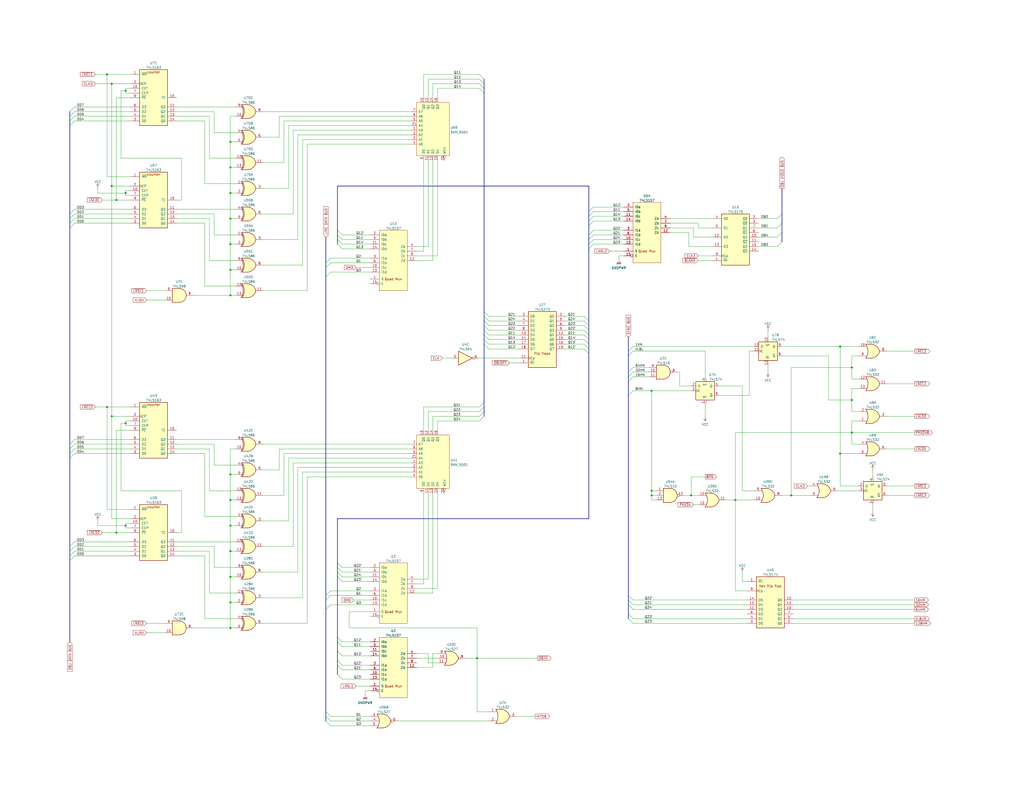
<source format=kicad_sch>
(kicad_sch (version 20211123) (generator eeschema)
  (paper "C")
  (title_block (title "TAITO SYSTEM SJ") (company "ANTON GALE"))
  (junction (at 125.73 259.08))
  (junction (at 458.47 247.65))
  (junction (at 458.47 189.23))
  (junction (at 464.82 200.66))
  (junction (at 60.96 101.6))
  (junction (at 125.73 133.35))
  (junction (at 355.6 270.51))
  (junction (at 125.73 342.9))
  (junction (at 68.58 287.02))
  (junction (at 464.82 236.22))
  (junction (at 355.6 213.36))
  (junction (at 60.96 45.72))
  (junction (at 125.73 314.96))
  (junction (at 125.73 287.02))
  (junction (at 401.32 273.05))
  (junction (at 125.73 300.99))
  (junction (at 125.73 119.38))
  (junction (at 125.73 328.93))
  (junction (at 58.42 40.64))
  (junction (at 63.5 109.22))
  (junction (at 60.96 227.33))
  (junction (at 377.19 270.51))
  (junction (at 125.73 91.44))
  (junction (at 125.73 147.32))
  (junction (at 431.8 270.51))
  (junction (at 58.42 222.25))
  (junction (at 464.82 218.44))
  (junction (at 68.58 105.41))
  (junction (at 125.73 273.05))
  (junction (at 63.5 290.83))
  (junction (at 68.58 231.14))
  (junction (at 125.73 105.41))
  (junction (at 125.73 161.29))
  (junction (at 125.73 77.47))
  (junction (at 355.6 267.97))
  (junction (at 68.58 49.53))
  (junction (at 260.35 359.41))
  (bus_entry (at 426.72 116.84) (size -2.54 2.54))
  (bus_entry (at 321.31 135.89) (size 2.54 -2.54))
  (bus_entry (at 264.16 187.96) (size 2.54 2.54))
  (bus_entry (at 186.69 130.81) (size -2.54 -2.54))
  (bus_entry (at 321.31 115.57) (size 2.54 -2.54))
  (bus_entry (at 264.16 180.34) (size 2.54 2.54))
  (bus_entry (at 40.64 245.11) (size -2.54 2.54))
  (bus_entry (at 345.44 332.74) (size -2.54 -2.54))
  (bus_entry (at 40.64 114.3) (size -2.54 2.54))
  (bus_entry (at 40.64 66.04) (size -2.54 2.54))
  (bus_entry (at 321.31 128.27) (size 2.54 -2.54))
  (bus_entry (at 180.34 396.24) (size -2.54 -2.54))
  (bus_entry (at 261.62 229.87) (size 2.54 -2.54))
  (bus_entry (at 180.34 322.58) (size -2.54 2.54))
  (bus_entry (at 321.31 133.35) (size 2.54 -2.54))
  (bus_entry (at 186.69 350.52) (size -2.54 -2.54))
  (bus_entry (at 345.44 191.77) (size -2.54 2.54))
  (bus_entry (at 180.34 148.59) (size -2.54 2.54))
  (bus_entry (at 264.16 182.88) (size 2.54 2.54))
  (bus_entry (at 180.34 140.97) (size -2.54 2.54))
  (bus_entry (at 40.64 63.5) (size -2.54 2.54))
  (bus_entry (at 186.69 128.27) (size -2.54 -2.54))
  (bus_entry (at 40.64 303.53) (size -2.54 2.54))
  (bus_entry (at 180.34 393.7) (size -2.54 -2.54))
  (bus_entry (at 264.16 172.72) (size 2.54 2.54))
  (bus_entry (at 264.16 170.18) (size 2.54 2.54))
  (bus_entry (at 264.16 175.26) (size 2.54 2.54))
  (bus_entry (at 426.72 132.08) (size -2.54 2.54))
  (bus_entry (at 186.69 314.96) (size -2.54 -2.54))
  (bus_entry (at 321.31 190.5) (size -2.54 -2.54))
  (bus_entry (at 40.64 60.96) (size -2.54 2.54))
  (bus_entry (at 40.64 121.92) (size -2.54 2.54))
  (bus_entry (at 321.31 185.42) (size -2.54 -2.54))
  (bus_entry (at 186.69 363.22) (size -2.54 -2.54))
  (bus_entry (at 345.44 189.23) (size -2.54 2.54))
  (bus_entry (at 40.64 295.91) (size -2.54 2.54))
  (bus_entry (at 321.31 120.65) (size 2.54 -2.54))
  (bus_entry (at 40.64 242.57) (size -2.54 2.54))
  (bus_entry (at 426.72 121.92) (size -2.54 2.54))
  (bus_entry (at 345.44 340.36) (size -2.54 -2.54))
  (bus_entry (at 321.31 118.11) (size 2.54 -2.54))
  (bus_entry (at 180.34 325.12) (size -2.54 2.54))
  (bus_entry (at 180.34 330.2) (size -2.54 2.54))
  (bus_entry (at 345.44 337.82) (size -2.54 -2.54))
  (bus_entry (at 321.31 175.26) (size -2.54 -2.54))
  (bus_entry (at 186.69 365.76) (size -2.54 -2.54))
  (bus_entry (at 40.64 119.38) (size -2.54 2.54))
  (bus_entry (at 186.69 133.35) (size -2.54 -2.54))
  (bus_entry (at 186.69 309.88) (size -2.54 -2.54))
  (bus_entry (at 321.31 177.8) (size -2.54 -2.54))
  (bus_entry (at 321.31 130.81) (size 2.54 -2.54))
  (bus_entry (at 40.64 247.65) (size -2.54 2.54))
  (bus_entry (at 345.44 213.36) (size -2.54 2.54))
  (bus_entry (at 40.64 58.42) (size -2.54 2.54))
  (bus_entry (at 345.44 327.66) (size -2.54 -2.54))
  (bus_entry (at 321.31 123.19) (size 2.54 -2.54))
  (bus_entry (at 426.72 127) (size -2.54 2.54))
  (bus_entry (at 186.69 353.06) (size -2.54 -2.54))
  (bus_entry (at 40.64 240.03) (size -2.54 2.54))
  (bus_entry (at 321.31 180.34) (size -2.54 -2.54))
  (bus_entry (at 264.16 177.8) (size 2.54 2.54))
  (bus_entry (at 186.69 317.5) (size -2.54 -2.54))
  (bus_entry (at 186.69 358.14) (size -2.54 -2.54))
  (bus_entry (at 261.62 45.72) (size 2.54 2.54))
  (bus_entry (at 261.62 40.64) (size 2.54 2.54))
  (bus_entry (at 261.62 48.26) (size 2.54 2.54))
  (bus_entry (at 261.62 43.18) (size 2.54 2.54))
  (bus_entry (at 186.69 135.89) (size -2.54 -2.54))
  (bus_entry (at 40.64 300.99) (size -2.54 2.54))
  (bus_entry (at 345.44 330.2) (size -2.54 -2.54))
  (bus_entry (at 261.62 227.33) (size 2.54 -2.54))
  (bus_entry (at 321.31 187.96) (size -2.54 -2.54))
  (bus_entry (at 180.34 143.51) (size -2.54 2.54))
  (bus_entry (at 261.62 224.79) (size 2.54 -2.54))
  (bus_entry (at 40.64 116.84) (size -2.54 2.54))
  (bus_entry (at 321.31 193.04) (size -2.54 -2.54))
  (bus_entry (at 180.34 391.16) (size -2.54 -2.54))
  (bus_entry (at 186.69 312.42) (size -2.54 -2.54))
  (bus_entry (at 40.64 298.45) (size -2.54 2.54))
  (bus_entry (at 321.31 182.88) (size -2.54 -2.54))
  (bus_entry (at 345.44 203.2) (size -2.54 2.54))
  (bus_entry (at 345.44 205.74) (size -2.54 2.54))
  (bus_entry (at 345.44 200.66) (size -2.54 2.54))
  (bus_entry (at 264.16 185.42) (size 2.54 2.54))
  (bus_entry (at 186.69 370.84) (size -2.54 -2.54))
  (bus_entry (at 261.62 222.25) (size 2.54 -2.54))
  (wire (pts (xy 464.82 207.01) (xy 464.82 200.66)))
  (wire (pts (xy 238.76 139.7) (xy 238.76 87.63)))
  (wire (pts (xy 426.72 270.51) (xy 431.8 270.51)))
  (bus (pts (xy 177.8 325.12) (xy 177.8 327.66)))
  (wire (pts (xy 424.18 129.54) (xy 414.02 129.54)))
  (wire (pts (xy 63.5 234.95) (xy 71.12 234.95)))
  (bus (pts (xy 264.16 172.72) (xy 264.16 175.26)))
  (wire (pts (xy 125.73 133.35) (xy 125.73 147.32)))
  (wire (pts (xy 227.33 316.23) (xy 233.68 316.23)))
  (wire (pts (xy 266.7 180.34) (xy 283.21 180.34)))
  (wire (pts (xy 224.79 245.11) (xy 152.4 245.11)))
  (wire (pts (xy 125.73 300.99) (xy 128.27 300.99)))
  (wire (pts (xy 186.69 135.89) (xy 201.93 135.89)))
  (wire (pts (xy 125.73 91.44) (xy 125.73 105.41)))
  (bus (pts (xy 177.8 151.13) (xy 177.8 325.12)))
  (wire (pts (xy 96.52 119.38) (xy 114.3 119.38)))
  (wire (pts (xy 40.64 114.3) (xy 71.12 114.3)))
  (wire (pts (xy 405.13 267.97) (xy 411.48 267.97)))
  (wire (pts (xy 468.63 224.79) (xy 464.82 224.79)))
  (wire (pts (xy 388.62 134.62) (xy 375.92 134.62)))
  (wire (pts (xy 355.6 213.36) (xy 377.19 213.36)))
  (bus (pts (xy 426.72 121.92) (xy 426.72 116.84)))
  (bus (pts (xy 38.1 68.58) (xy 38.1 116.84)))
  (wire (pts (xy 80.01 163.83) (xy 90.17 163.83)))
  (wire (pts (xy 128.27 63.5) (xy 125.73 63.5)))
  (wire (pts (xy 125.73 259.08) (xy 128.27 259.08)))
  (wire (pts (xy 227.33 142.24) (xy 236.22 142.24)))
  (wire (pts (xy 160.02 116.84) (xy 160.02 71.12)))
  (wire (pts (xy 236.22 227.33) (xy 236.22 234.95)))
  (bus (pts (xy 184.15 312.42) (xy 184.15 314.96)))
  (bus (pts (xy 321.31 115.57) (xy 321.31 101.6)))
  (wire (pts (xy 143.51 242.57) (xy 224.79 242.57)))
  (wire (pts (xy 96.52 295.91) (xy 128.27 295.91)))
  (bus (pts (xy 264.16 227.33) (xy 264.16 224.79)))
  (wire (pts (xy 464.82 212.09) (xy 464.82 218.44)))
  (wire (pts (xy 96.52 116.84) (xy 116.84 116.84)))
  (wire (pts (xy 125.73 77.47) (xy 128.27 77.47)))
  (wire (pts (xy 165.1 76.2) (xy 224.79 76.2)))
  (wire (pts (xy 377.19 260.35) (xy 377.19 270.51)))
  (wire (pts (xy 464.82 229.87) (xy 464.82 236.22)))
  (wire (pts (xy 165.1 257.81) (xy 224.79 257.81)))
  (wire (pts (xy 143.51 116.84) (xy 160.02 116.84)))
  (wire (pts (xy 458.47 189.23) (xy 468.63 189.23)))
  (wire (pts (xy 345.44 189.23) (xy 411.48 189.23)))
  (bus (pts (xy 264.16 222.25) (xy 264.16 219.71)))
  (bus (pts (xy 38.1 303.53) (xy 38.1 306.07)))
  (wire (pts (xy 68.58 231.14) (xy 66.04 231.14)))
  (wire (pts (xy 180.34 330.2) (xy 201.93 330.2)))
  (wire (pts (xy 96.52 66.04) (xy 111.76 66.04)))
  (wire (pts (xy 114.3 245.11) (xy 114.3 267.97)))
  (wire (pts (xy 160.02 252.73) (xy 224.79 252.73)))
  (wire (pts (xy 111.76 281.94) (xy 128.27 281.94)))
  (wire (pts (xy 266.7 185.42) (xy 283.21 185.42)))
  (wire (pts (xy 377.19 210.82) (xy 370.84 210.82)))
  (wire (pts (xy 260.35 359.41) (xy 260.35 342.9)))
  (wire (pts (xy 231.14 40.64) (xy 231.14 53.34)))
  (wire (pts (xy 143.51 102.87) (xy 157.48 102.87)))
  (wire (pts (xy 40.64 247.65) (xy 71.12 247.65)))
  (wire (pts (xy 55.88 109.22) (xy 63.5 109.22)))
  (wire (pts (xy 433.07 332.74) (xy 499.11 332.74)))
  (wire (pts (xy 68.58 287.02) (xy 68.58 288.29)))
  (wire (pts (xy 116.84 298.45) (xy 116.84 309.88)))
  (wire (pts (xy 52.07 45.72) (xy 60.96 45.72)))
  (wire (pts (xy 405.13 312.42) (xy 405.13 317.5)))
  (wire (pts (xy 143.51 312.42) (xy 162.56 312.42)))
  (wire (pts (xy 236.22 364.49) (xy 236.22 356.87)))
  (wire (pts (xy 261.62 229.87) (xy 238.76 229.87)))
  (wire (pts (xy 384.81 220.98) (xy 384.81 227.33)))
  (bus (pts (xy 184.15 283.21) (xy 184.15 307.34)))
  (wire (pts (xy 266.7 182.88) (xy 283.21 182.88)))
  (wire (pts (xy 96.52 240.03) (xy 128.27 240.03)))
  (wire (pts (xy 180.34 140.97) (xy 201.93 140.97)))
  (wire (pts (xy 426.72 189.23) (xy 458.47 189.23)))
  (wire (pts (xy 261.62 45.72) (xy 236.22 45.72)))
  (wire (pts (xy 143.51 326.39) (xy 165.1 326.39)))
  (wire (pts (xy 233.68 316.23) (xy 233.68 269.24)))
  (wire (pts (xy 40.64 116.84) (xy 71.12 116.84)))
  (bus (pts (xy 38.1 247.65) (xy 38.1 250.19)))
  (bus (pts (xy 264.16 180.34) (xy 264.16 182.88)))
  (wire (pts (xy 162.56 255.27) (xy 224.79 255.27)))
  (wire (pts (xy 105.41 161.29) (xy 125.73 161.29)))
  (wire (pts (xy 157.48 250.19) (xy 224.79 250.19)))
  (bus (pts (xy 184.15 347.98) (xy 184.15 350.52)))
  (wire (pts (xy 468.63 229.87) (xy 464.82 229.87)))
  (wire (pts (xy 381 121.92) (xy 365.76 121.92)))
  (bus (pts (xy 177.8 332.74) (xy 177.8 388.62)))
  (bus (pts (xy 264.16 185.42) (xy 264.16 187.96)))
  (bus (pts (xy 184.15 363.22) (xy 184.15 368.3)))
  (bus (pts (xy 321.31 190.5) (xy 321.31 193.04)))
  (wire (pts (xy 116.84 242.57) (xy 116.84 254)))
  (wire (pts (xy 40.64 60.96) (xy 71.12 60.96)))
  (bus (pts (xy 38.1 60.96) (xy 38.1 63.5)))
  (wire (pts (xy 111.76 247.65) (xy 111.76 281.94)))
  (wire (pts (xy 58.42 278.13) (xy 58.42 222.25)))
  (wire (pts (xy 125.73 328.93) (xy 128.27 328.93)))
  (wire (pts (xy 261.62 43.18) (xy 233.68 43.18)))
  (wire (pts (xy 370.84 210.82) (xy 370.84 203.2)))
  (wire (pts (xy 419.1 199.39) (xy 419.1 203.2)))
  (wire (pts (xy 63.5 290.83) (xy 71.12 290.83)))
  (wire (pts (xy 180.34 396.24) (xy 201.93 396.24)))
  (wire (pts (xy 323.85 120.65) (xy 340.36 120.65)))
  (wire (pts (xy 71.12 285.75) (xy 68.58 285.75)))
  (wire (pts (xy 143.51 270.51) (xy 154.94 270.51)))
  (wire (pts (xy 180.34 393.7) (xy 201.93 393.7)))
  (wire (pts (xy 180.34 143.51) (xy 201.93 143.51)))
  (wire (pts (xy 125.73 314.96) (xy 128.27 314.96)))
  (wire (pts (xy 323.85 128.27) (xy 340.36 128.27)))
  (wire (pts (xy 96.52 290.83) (xy 99.06 290.83)))
  (wire (pts (xy 162.56 312.42) (xy 162.56 255.27)))
  (wire (pts (xy 392.43 215.9) (xy 408.94 215.9)))
  (wire (pts (xy 152.4 256.54) (xy 143.51 256.54)))
  (wire (pts (xy 125.73 133.35) (xy 128.27 133.35)))
  (wire (pts (xy 58.42 96.52) (xy 58.42 40.64)))
  (wire (pts (xy 369.57 203.2) (xy 370.84 203.2)))
  (wire (pts (xy 40.64 119.38) (xy 71.12 119.38)))
  (bus (pts (xy 184.15 350.52) (xy 184.15 355.6)))
  (wire (pts (xy 63.5 53.34) (xy 71.12 53.34)))
  (bus (pts (xy 426.72 102.87) (xy 426.72 116.84)))
  (wire (pts (xy 231.14 222.25) (xy 231.14 234.95)))
  (wire (pts (xy 111.76 121.92) (xy 111.76 156.21)))
  (wire (pts (xy 125.73 300.99) (xy 125.73 314.96)))
  (wire (pts (xy 186.69 312.42) (xy 201.93 312.42)))
  (bus (pts (xy 321.31 180.34) (xy 321.31 182.88)))
  (wire (pts (xy 143.51 60.96) (xy 224.79 60.96)))
  (wire (pts (xy 40.64 242.57) (xy 71.12 242.57)))
  (wire (pts (xy 375.92 134.62) (xy 375.92 127)))
  (wire (pts (xy 167.64 158.75) (xy 167.64 78.74)))
  (wire (pts (xy 254 359.41) (xy 260.35 359.41)))
  (wire (pts (xy 483.87 227.33) (xy 499.11 227.33)))
  (bus (pts (xy 264.16 50.8) (xy 264.16 170.18)))
  (wire (pts (xy 68.58 285.75) (xy 68.58 287.02)))
  (wire (pts (xy 190.5 334.01) (xy 201.93 334.01)))
  (wire (pts (xy 186.69 353.06) (xy 201.93 353.06)))
  (wire (pts (xy 345.44 330.2) (xy 407.67 330.2)))
  (wire (pts (xy 152.4 245.11) (xy 152.4 256.54)))
  (wire (pts (xy 114.3 267.97) (xy 128.27 267.97)))
  (bus (pts (xy 38.1 250.19) (xy 38.1 298.45)))
  (wire (pts (xy 260.35 359.41) (xy 293.37 359.41)))
  (wire (pts (xy 323.85 118.11) (xy 340.36 118.11)))
  (wire (pts (xy 143.51 158.75) (xy 167.64 158.75)))
  (wire (pts (xy 431.8 200.66) (xy 431.8 270.51)))
  (wire (pts (xy 111.76 337.82) (xy 128.27 337.82)))
  (wire (pts (xy 384.81 205.74) (xy 384.81 191.77)))
  (wire (pts (xy 337.82 139.7) (xy 337.82 142.24)))
  (bus (pts (xy 321.31 123.19) (xy 321.31 120.65)))
  (wire (pts (xy 464.82 236.22) (xy 401.32 236.22)))
  (wire (pts (xy 281.94 391.16) (xy 292.1 391.16)))
  (bus (pts (xy 184.15 101.6) (xy 184.15 125.73)))
  (wire (pts (xy 345.44 213.36) (xy 355.6 213.36)))
  (wire (pts (xy 116.84 60.96) (xy 116.84 72.39)))
  (wire (pts (xy 60.96 101.6) (xy 60.96 45.72)))
  (bus (pts (xy 342.9 327.66) (xy 342.9 330.2)))
  (wire (pts (xy 227.33 137.16) (xy 231.14 137.16)))
  (wire (pts (xy 99.06 86.36) (xy 99.06 109.22)))
  (wire (pts (xy 186.69 130.81) (xy 201.93 130.81)))
  (bus (pts (xy 184.15 355.6) (xy 184.15 360.68)))
  (wire (pts (xy 199.39 377.19) (xy 199.39 379.73)))
  (bus (pts (xy 342.9 194.31) (xy 342.9 203.2)))
  (wire (pts (xy 233.68 134.62) (xy 233.68 87.63)))
  (wire (pts (xy 99.06 109.22) (xy 96.52 109.22)))
  (wire (pts (xy 405.13 210.82) (xy 405.13 267.97)))
  (wire (pts (xy 167.64 340.36) (xy 167.64 260.35)))
  (bus (pts (xy 184.15 360.68) (xy 184.15 363.22)))
  (wire (pts (xy 464.82 236.22) (xy 499.11 236.22)))
  (wire (pts (xy 40.64 300.99) (xy 71.12 300.99)))
  (wire (pts (xy 125.73 259.08) (xy 125.73 273.05)))
  (bus (pts (xy 342.9 335.28) (xy 342.9 337.82)))
  (wire (pts (xy 238.76 321.31) (xy 238.76 269.24)))
  (wire (pts (xy 392.43 210.82) (xy 405.13 210.82)))
  (bus (pts (xy 321.31 133.35) (xy 321.31 130.81)))
  (wire (pts (xy 452.12 218.44) (xy 452.12 194.31)))
  (bus (pts (xy 38.1 298.45) (xy 38.1 300.99)))
  (wire (pts (xy 125.73 91.44) (xy 128.27 91.44)))
  (wire (pts (xy 373.38 270.51) (xy 377.19 270.51)))
  (bus (pts (xy 38.1 300.99) (xy 38.1 303.53)))
  (wire (pts (xy 238.76 48.26) (xy 238.76 53.34)))
  (wire (pts (xy 440.69 265.43) (xy 441.96 265.43)))
  (wire (pts (xy 186.69 128.27) (xy 201.93 128.27)))
  (wire (pts (xy 483.87 245.11) (xy 499.11 245.11)))
  (wire (pts (xy 60.96 283.21) (xy 71.12 283.21)))
  (wire (pts (xy 116.84 309.88) (xy 128.27 309.88)))
  (wire (pts (xy 40.64 58.42) (xy 71.12 58.42)))
  (wire (pts (xy 261.62 222.25) (xy 231.14 222.25)))
  (wire (pts (xy 483.87 191.77) (xy 499.11 191.77)))
  (wire (pts (xy 458.47 265.43) (xy 458.47 247.65)))
  (bus (pts (xy 321.31 130.81) (xy 321.31 128.27)))
  (bus (pts (xy 184.15 130.81) (xy 184.15 133.35)))
  (wire (pts (xy 162.56 73.66) (xy 224.79 73.66)))
  (wire (pts (xy 261.62 48.26) (xy 238.76 48.26)))
  (wire (pts (xy 80.01 345.44) (xy 90.17 345.44)))
  (wire (pts (xy 464.82 194.31) (xy 468.63 194.31)))
  (wire (pts (xy 114.3 63.5) (xy 114.3 86.36)))
  (wire (pts (xy 408.94 215.9) (xy 408.94 191.77)))
  (wire (pts (xy 323.85 113.03) (xy 340.36 113.03)))
  (wire (pts (xy 236.22 45.72) (xy 236.22 53.34)))
  (wire (pts (xy 236.22 356.87) (xy 238.76 356.87)))
  (bus (pts (xy 264.16 43.18) (xy 264.16 45.72)))
  (wire (pts (xy 125.73 245.11) (xy 125.73 259.08)))
  (bus (pts (xy 264.16 177.8) (xy 264.16 180.34)))
  (bus (pts (xy 264.16 175.26) (xy 264.16 177.8)))
  (wire (pts (xy 236.22 142.24) (xy 236.22 87.63)))
  (bus (pts (xy 177.8 391.16) (xy 177.8 388.62)))
  (wire (pts (xy 431.8 200.66) (xy 464.82 200.66)))
  (wire (pts (xy 323.85 115.57) (xy 340.36 115.57)))
  (wire (pts (xy 40.64 298.45) (xy 71.12 298.45)))
  (wire (pts (xy 63.5 109.22) (xy 71.12 109.22)))
  (wire (pts (xy 278.13 198.12) (xy 283.21 198.12)))
  (wire (pts (xy 401.32 273.05) (xy 411.48 273.05)))
  (wire (pts (xy 143.51 298.45) (xy 160.02 298.45)))
  (bus (pts (xy 184.15 128.27) (xy 184.15 130.81)))
  (wire (pts (xy 345.44 327.66) (xy 407.67 327.66)))
  (wire (pts (xy 40.64 63.5) (xy 71.12 63.5)))
  (wire (pts (xy 433.07 337.82) (xy 499.11 337.82)))
  (wire (pts (xy 186.69 365.76) (xy 201.93 365.76)))
  (bus (pts (xy 342.9 330.2) (xy 342.9 335.28)))
  (wire (pts (xy 125.73 147.32) (xy 128.27 147.32)))
  (wire (pts (xy 483.87 209.55) (xy 499.11 209.55)))
  (wire (pts (xy 266.7 172.72) (xy 283.21 172.72)))
  (wire (pts (xy 241.3 195.58) (xy 246.38 195.58)))
  (wire (pts (xy 260.35 342.9) (xy 190.5 342.9)))
  (wire (pts (xy 58.42 96.52) (xy 71.12 96.52)))
  (wire (pts (xy 68.58 231.14) (xy 68.58 232.41)))
  (bus (pts (xy 38.1 245.11) (xy 38.1 247.65)))
  (wire (pts (xy 125.73 105.41) (xy 128.27 105.41)))
  (wire (pts (xy 318.77 172.72) (xy 308.61 172.72)))
  (wire (pts (xy 201.93 377.19) (xy 199.39 377.19)))
  (bus (pts (xy 426.72 132.08) (xy 426.72 127)))
  (wire (pts (xy 180.34 325.12) (xy 201.93 325.12)))
  (bus (pts (xy 177.8 391.16) (xy 177.8 393.7)))
  (wire (pts (xy 40.64 240.03) (xy 71.12 240.03)))
  (bus (pts (xy 38.1 121.92) (xy 38.1 124.46)))
  (wire (pts (xy 345.44 203.2) (xy 354.33 203.2)))
  (wire (pts (xy 266.7 187.96) (xy 283.21 187.96)))
  (bus (pts (xy 177.8 146.05) (xy 177.8 151.13)))
  (wire (pts (xy 318.77 175.26) (xy 308.61 175.26)))
  (wire (pts (xy 66.04 86.36) (xy 99.06 86.36)))
  (wire (pts (xy 401.32 236.22) (xy 401.32 273.05)))
  (wire (pts (xy 66.04 267.97) (xy 99.06 267.97)))
  (wire (pts (xy 261.62 224.79) (xy 233.68 224.79)))
  (wire (pts (xy 68.58 48.26) (xy 68.58 49.53)))
  (wire (pts (xy 180.34 391.16) (xy 201.93 391.16)))
  (wire (pts (xy 190.5 342.9) (xy 190.5 334.01)))
  (wire (pts (xy 483.87 270.51) (xy 499.11 270.51)))
  (wire (pts (xy 143.51 88.9) (xy 154.94 88.9)))
  (wire (pts (xy 323.85 130.81) (xy 340.36 130.81)))
  (wire (pts (xy 125.73 342.9) (xy 128.27 342.9)))
  (bus (pts (xy 38.1 66.04) (xy 38.1 68.58)))
  (bus (pts (xy 264.16 48.26) (xy 264.16 50.8)))
  (wire (pts (xy 60.96 101.6) (xy 60.96 227.33)))
  (wire (pts (xy 40.64 245.11) (xy 71.12 245.11)))
  (bus (pts (xy 264.16 170.18) (xy 264.16 172.72)))
  (wire (pts (xy 464.82 242.57) (xy 468.63 242.57)))
  (wire (pts (xy 71.12 101.6) (xy 60.96 101.6)))
  (wire (pts (xy 452.12 218.44) (xy 464.82 218.44)))
  (bus (pts (xy 264.16 187.96) (xy 264.16 219.71)))
  (bus (pts (xy 264.16 45.72) (xy 264.16 48.26)))
  (bus (pts (xy 321.31 187.96) (xy 321.31 190.5)))
  (wire (pts (xy 186.69 370.84) (xy 201.93 370.84)))
  (wire (pts (xy 381 139.7) (xy 388.62 139.7)))
  (wire (pts (xy 224.79 63.5) (xy 152.4 63.5)))
  (wire (pts (xy 186.69 358.14) (xy 201.93 358.14)))
  (wire (pts (xy 125.73 287.02) (xy 125.73 300.99)))
  (wire (pts (xy 375.92 127) (xy 365.76 127)))
  (wire (pts (xy 157.48 102.87) (xy 157.48 68.58)))
  (wire (pts (xy 125.73 314.96) (xy 125.73 328.93)))
  (wire (pts (xy 167.64 78.74) (xy 224.79 78.74)))
  (wire (pts (xy 231.14 318.77) (xy 231.14 269.24)))
  (bus (pts (xy 342.9 205.74) (xy 342.9 208.28)))
  (wire (pts (xy 154.94 66.04) (xy 224.79 66.04)))
  (wire (pts (xy 433.07 330.2) (xy 499.11 330.2)))
  (wire (pts (xy 114.3 119.38) (xy 114.3 142.24)))
  (wire (pts (xy 464.82 212.09) (xy 468.63 212.09)))
  (wire (pts (xy 68.58 232.41) (xy 71.12 232.41)))
  (wire (pts (xy 458.47 247.65) (xy 468.63 247.65)))
  (wire (pts (xy 68.58 287.02) (xy 53.34 287.02)))
  (wire (pts (xy 125.73 63.5) (xy 125.73 77.47)))
  (wire (pts (xy 105.41 342.9) (xy 125.73 342.9)))
  (bus (pts (xy 321.31 118.11) (xy 321.31 115.57)))
  (bus (pts (xy 177.8 143.51) (xy 177.8 146.05)))
  (bus (pts (xy 342.9 325.12) (xy 342.9 327.66)))
  (wire (pts (xy 114.3 142.24) (xy 128.27 142.24)))
  (wire (pts (xy 318.77 187.96) (xy 308.61 187.96)))
  (wire (pts (xy 424.18 134.62) (xy 414.02 134.62)))
  (wire (pts (xy 233.68 224.79) (xy 233.68 234.95)))
  (wire (pts (xy 52.07 222.25) (xy 58.42 222.25)))
  (wire (pts (xy 407.67 317.5) (xy 405.13 317.5)))
  (wire (pts (xy 52.07 40.64) (xy 58.42 40.64)))
  (wire (pts (xy 340.36 139.7) (xy 337.82 139.7)))
  (bus (pts (xy 321.31 283.21) (xy 184.15 283.21)))
  (wire (pts (xy 401.32 322.58) (xy 407.67 322.58)))
  (bus (pts (xy 321.31 193.04) (xy 321.31 283.21)))
  (wire (pts (xy 231.14 137.16) (xy 231.14 87.63)))
  (wire (pts (xy 71.12 229.87) (xy 68.58 229.87)))
  (wire (pts (xy 332.74 137.16) (xy 340.36 137.16)))
  (bus (pts (xy 342.9 191.77) (xy 342.9 194.31)))
  (wire (pts (xy 424.18 119.38) (xy 414.02 119.38)))
  (wire (pts (xy 96.52 242.57) (xy 116.84 242.57)))
  (wire (pts (xy 266.7 190.5) (xy 283.21 190.5)))
  (wire (pts (xy 186.69 133.35) (xy 201.93 133.35)))
  (bus (pts (xy 321.31 135.89) (xy 321.31 133.35)))
  (wire (pts (xy 266.7 177.8) (xy 283.21 177.8)))
  (bus (pts (xy 184.15 309.88) (xy 184.15 312.42)))
  (wire (pts (xy 116.84 116.84) (xy 116.84 128.27)))
  (wire (pts (xy 227.33 364.49) (xy 236.22 364.49)))
  (wire (pts (xy 227.33 323.85) (xy 236.22 323.85)))
  (wire (pts (xy 433.07 327.66) (xy 499.11 327.66)))
  (wire (pts (xy 186.69 317.5) (xy 201.93 317.5)))
  (wire (pts (xy 355.6 267.97) (xy 358.14 267.97)))
  (wire (pts (xy 60.96 45.72) (xy 71.12 45.72)))
  (bus (pts (xy 38.1 119.38) (xy 38.1 121.92)))
  (wire (pts (xy 66.04 231.14) (xy 66.04 267.97)))
  (bus (pts (xy 342.9 184.15) (xy 342.9 191.77)))
  (wire (pts (xy 186.69 309.88) (xy 201.93 309.88)))
  (wire (pts (xy 125.73 105.41) (xy 125.73 119.38)))
  (wire (pts (xy 160.02 71.12) (xy 224.79 71.12)))
  (wire (pts (xy 58.42 40.64) (xy 71.12 40.64)))
  (wire (pts (xy 165.1 144.78) (xy 165.1 76.2)))
  (wire (pts (xy 165.1 326.39) (xy 165.1 257.81)))
  (wire (pts (xy 96.52 121.92) (xy 111.76 121.92)))
  (bus (pts (xy 264.16 224.79) (xy 264.16 222.25)))
  (wire (pts (xy 194.31 146.05) (xy 201.93 146.05)))
  (wire (pts (xy 227.33 321.31) (xy 238.76 321.31)))
  (wire (pts (xy 143.51 340.36) (xy 167.64 340.36)))
  (wire (pts (xy 68.58 105.41) (xy 53.34 105.41)))
  (wire (pts (xy 125.73 273.05) (xy 125.73 287.02)))
  (wire (pts (xy 40.64 295.91) (xy 71.12 295.91)))
  (wire (pts (xy 152.4 63.5) (xy 152.4 74.93)))
  (bus (pts (xy 184.15 307.34) (xy 184.15 309.88)))
  (wire (pts (xy 261.62 227.33) (xy 236.22 227.33)))
  (wire (pts (xy 483.87 265.43) (xy 499.11 265.43)))
  (wire (pts (xy 154.94 247.65) (xy 224.79 247.65)))
  (wire (pts (xy 40.64 66.04) (xy 71.12 66.04)))
  (bus (pts (xy 321.31 120.65) (xy 321.31 118.11)))
  (wire (pts (xy 464.82 218.44) (xy 464.82 224.79)))
  (wire (pts (xy 227.33 318.77) (xy 231.14 318.77)))
  (wire (pts (xy 355.6 270.51) (xy 358.14 270.51)))
  (wire (pts (xy 116.84 128.27) (xy 128.27 128.27)))
  (wire (pts (xy 452.12 194.31) (xy 426.72 194.31)))
  (wire (pts (xy 464.82 200.66) (xy 464.82 194.31)))
  (wire (pts (xy 60.96 227.33) (xy 60.96 283.21)))
  (wire (pts (xy 227.33 359.41) (xy 238.76 359.41)))
  (bus (pts (xy 38.1 116.84) (xy 38.1 119.38)))
  (bus (pts (xy 38.1 63.5) (xy 38.1 66.04)))
  (wire (pts (xy 96.52 303.53) (xy 111.76 303.53)))
  (wire (pts (xy 186.69 363.22) (xy 201.93 363.22)))
  (wire (pts (xy 111.76 100.33) (xy 128.27 100.33)))
  (bus (pts (xy 177.8 327.66) (xy 177.8 332.74)))
  (wire (pts (xy 111.76 303.53) (xy 111.76 337.82)))
  (bus (pts (xy 38.1 242.57) (xy 38.1 245.11)))
  (bus (pts (xy 321.31 128.27) (xy 321.31 123.19)))
  (wire (pts (xy 71.12 104.14) (xy 68.58 104.14)))
  (wire (pts (xy 96.52 247.65) (xy 111.76 247.65)))
  (wire (pts (xy 125.73 147.32) (xy 125.73 161.29)))
  (wire (pts (xy 96.52 63.5) (xy 114.3 63.5)))
  (bus (pts (xy 321.31 177.8) (xy 321.31 180.34)))
  (wire (pts (xy 114.3 323.85) (xy 128.27 323.85)))
  (wire (pts (xy 55.88 290.83) (xy 63.5 290.83)))
  (wire (pts (xy 378.46 129.54) (xy 388.62 129.54)))
  (wire (pts (xy 40.64 121.92) (xy 71.12 121.92)))
  (wire (pts (xy 323.85 133.35) (xy 340.36 133.35)))
  (wire (pts (xy 381 142.24) (xy 388.62 142.24)))
  (wire (pts (xy 355.6 270.51) (xy 355.6 267.97)))
  (wire (pts (xy 476.25 275.59) (xy 476.25 279.4)))
  (wire (pts (xy 68.58 50.8) (xy 71.12 50.8)))
  (wire (pts (xy 96.52 58.42) (xy 128.27 58.42)))
  (wire (pts (xy 378.46 124.46) (xy 378.46 129.54)))
  (wire (pts (xy 154.94 88.9) (xy 154.94 66.04)))
  (wire (pts (xy 345.44 337.82) (xy 407.67 337.82)))
  (wire (pts (xy 233.68 43.18) (xy 233.68 53.34)))
  (bus (pts (xy 264.16 182.88) (xy 264.16 185.42)))
  (wire (pts (xy 96.52 300.99) (xy 114.3 300.99)))
  (wire (pts (xy 217.17 393.7) (xy 266.7 393.7)))
  (wire (pts (xy 193.04 327.66) (xy 201.93 327.66)))
  (wire (pts (xy 345.44 340.36) (xy 407.67 340.36)))
  (wire (pts (xy 365.76 124.46) (xy 378.46 124.46)))
  (wire (pts (xy 377.19 270.51) (xy 381 270.51)))
  (bus (pts (xy 321.31 175.26) (xy 321.31 135.89)))
  (wire (pts (xy 345.44 205.74) (xy 354.33 205.74)))
  (wire (pts (xy 66.04 49.53) (xy 66.04 86.36)))
  (wire (pts (xy 381 124.46) (xy 381 121.92)))
  (wire (pts (xy 68.58 105.41) (xy 68.58 106.68)))
  (bus (pts (xy 321.31 175.26) (xy 321.31 177.8)))
  (wire (pts (xy 80.01 158.75) (xy 90.17 158.75)))
  (wire (pts (xy 233.68 356.87) (xy 227.33 356.87)))
  (wire (pts (xy 433.07 340.36) (xy 499.11 340.36)))
  (wire (pts (xy 388.62 124.46) (xy 381 124.46)))
  (bus (pts (xy 342.9 215.9) (xy 342.9 325.12)))
  (wire (pts (xy 180.34 148.59) (xy 201.93 148.59)))
  (wire (pts (xy 318.77 177.8) (xy 308.61 177.8)))
  (bus (pts (xy 184.15 125.73) (xy 184.15 128.27)))
  (wire (pts (xy 68.58 49.53) (xy 66.04 49.53)))
  (wire (pts (xy 125.73 328.93) (xy 125.73 342.9)))
  (bus (pts (xy 342.9 208.28) (xy 342.9 215.9)))
  (wire (pts (xy 186.69 314.96) (xy 201.93 314.96)))
  (wire (pts (xy 111.76 156.21) (xy 128.27 156.21)))
  (wire (pts (xy 125.73 119.38) (xy 128.27 119.38)))
  (wire (pts (xy 160.02 298.45) (xy 160.02 252.73)))
  (wire (pts (xy 116.84 72.39) (xy 128.27 72.39)))
  (wire (pts (xy 457.2 267.97) (xy 468.63 267.97)))
  (bus (pts (xy 321.31 185.42) (xy 321.31 187.96)))
  (wire (pts (xy 384.81 260.35) (xy 377.19 260.35)))
  (wire (pts (xy 143.51 130.81) (xy 162.56 130.81)))
  (wire (pts (xy 227.33 139.7) (xy 238.76 139.7)))
  (wire (pts (xy 143.51 284.48) (xy 157.48 284.48)))
  (wire (pts (xy 424.18 124.46) (xy 414.02 124.46)))
  (wire (pts (xy 125.73 273.05) (xy 128.27 273.05)))
  (wire (pts (xy 194.31 374.65) (xy 201.93 374.65)))
  (wire (pts (xy 125.73 287.02) (xy 128.27 287.02)))
  (wire (pts (xy 157.48 68.58) (xy 224.79 68.58)))
  (wire (pts (xy 238.76 361.95) (xy 233.68 361.95)))
  (wire (pts (xy 345.44 332.74) (xy 407.67 332.74)))
  (wire (pts (xy 167.64 260.35) (xy 224.79 260.35)))
  (wire (pts (xy 58.42 222.25) (xy 71.12 222.25)))
  (wire (pts (xy 401.32 273.05) (xy 401.32 322.58)))
  (wire (pts (xy 128.27 245.11) (xy 125.73 245.11)))
  (wire (pts (xy 261.62 195.58) (xy 283.21 195.58)))
  (wire (pts (xy 355.6 273.05) (xy 355.6 270.51)))
  (bus (pts (xy 38.1 306.07) (xy 38.1 350.52)))
  (wire (pts (xy 318.77 190.5) (xy 308.61 190.5)))
  (wire (pts (xy 186.69 350.52) (xy 201.93 350.52)))
  (wire (pts (xy 58.42 278.13) (xy 71.12 278.13)))
  (wire (pts (xy 116.84 254) (xy 128.27 254)))
  (wire (pts (xy 114.3 86.36) (xy 128.27 86.36)))
  (wire (pts (xy 63.5 234.95) (xy 63.5 290.83)))
  (wire (pts (xy 125.73 119.38) (xy 125.73 133.35)))
  (wire (pts (xy 238.76 229.87) (xy 238.76 234.95)))
  (wire (pts (xy 458.47 189.23) (xy 458.47 247.65)))
  (wire (pts (xy 476.25 256.54) (xy 476.25 260.35)))
  (wire (pts (xy 419.1 180.34) (xy 419.1 184.15)))
  (wire (pts (xy 125.73 161.29) (xy 128.27 161.29)))
  (wire (pts (xy 125.73 77.47) (xy 125.73 91.44)))
  (wire (pts (xy 99.06 267.97) (xy 99.06 290.83)))
  (wire (pts (xy 68.58 229.87) (xy 68.58 231.14)))
  (bus (pts (xy 184.15 314.96) (xy 184.15 347.98)))
  (wire (pts (xy 71.12 48.26) (xy 68.58 48.26)))
  (wire (pts (xy 68.58 49.53) (xy 68.58 50.8)))
  (wire (pts (xy 318.77 180.34) (xy 308.61 180.34)))
  (wire (pts (xy 345.44 191.77) (xy 384.81 191.77)))
  (wire (pts (xy 96.52 60.96) (xy 116.84 60.96)))
  (wire (pts (xy 227.33 134.62) (xy 233.68 134.62)))
  (wire (pts (xy 157.48 284.48) (xy 157.48 250.19)))
  (wire (pts (xy 266.7 175.26) (xy 283.21 175.26)))
  (wire (pts (xy 260.35 388.62) (xy 266.7 388.62)))
  (wire (pts (xy 396.24 273.05) (xy 401.32 273.05)))
  (wire (pts (xy 60.96 227.33) (xy 71.12 227.33)))
  (bus (pts (xy 177.8 129.54) (xy 177.8 143.51)))
  (wire (pts (xy 318.77 185.42) (xy 308.61 185.42)))
  (wire (pts (xy 40.64 303.53) (xy 71.12 303.53)))
  (wire (pts (xy 408.94 191.77) (xy 411.48 191.77)))
  (wire (pts (xy 162.56 130.81) (xy 162.56 73.66)))
  (wire (pts (xy 365.76 119.38) (xy 388.62 119.38)))
  (wire (pts (xy 261.62 40.64) (xy 231.14 40.64)))
  (wire (pts (xy 318.77 182.88) (xy 308.61 182.88)))
  (wire (pts (xy 53.34 284.48) (xy 53.34 287.02)))
  (wire (pts (xy 53.34 102.87) (xy 53.34 105.41)))
  (wire (pts (xy 323.85 125.73) (xy 340.36 125.73)))
  (wire (pts (xy 233.68 361.95) (xy 233.68 356.87)))
  (wire (pts (xy 378.46 275.59) (xy 381 275.59)))
  (wire (pts (xy 468.63 207.01) (xy 464.82 207.01)))
  (wire (pts (xy 96.52 298.45) (xy 116.84 298.45)))
  (wire (pts (xy 468.63 265.43) (xy 458.47 265.43)))
  (wire (pts (xy 236.22 323.85) (xy 236.22 269.24)))
  (wire (pts (xy 143.51 144.78) (xy 165.1 144.78)))
  (wire (pts (xy 80.01 340.36) (xy 90.17 340.36)))
  (wire (pts (xy 464.82 236.22) (xy 464.82 242.57)))
  (bus (pts (xy 342.9 203.2) (xy 342.9 205.74)))
  (wire (pts (xy 260.35 359.41) (xy 260.35 388.62)))
  (wire (pts (xy 114.3 300.99) (xy 114.3 323.85)))
  (wire (pts (xy 345.44 200.66) (xy 354.33 200.66)))
  (bus (pts (xy 426.72 127) (xy 426.72 121.92)))
  (bus (pts (xy 321.31 182.88) (xy 321.31 185.42)))
  (wire (pts (xy 68.58 106.68) (xy 71.12 106.68)))
  (wire (pts (xy 111.76 66.04) (xy 111.76 100.33)))
  (wire (pts (xy 152.4 74.93) (xy 143.51 74.93)))
  (wire (pts (xy 154.94 270.51) (xy 154.94 247.65)))
  (wire (pts (xy 96.52 114.3) (xy 128.27 114.3)))
  (wire (pts (xy 68.58 288.29) (xy 71.12 288.29)))
  (wire (pts (xy 431.8 270.51) (xy 441.96 270.51)))
  (wire (pts (xy 355.6 213.36) (xy 355.6 267.97)))
  (wire (pts (xy 63.5 53.34) (xy 63.5 109.22)))
  (wire (pts (xy 180.34 322.58) (xy 201.93 322.58)))
  (bus (pts (xy 321.31 101.6) (xy 184.15 101.6)))
  (wire (pts (xy 96.52 245.11) (xy 114.3 245.11)))
  (wire (pts (xy 68.58 104.14) (xy 68.58 105.41)))
  (wire (pts (xy 358.14 273.05) (xy 355.6 273.05)))
  (bus (pts (xy 38.1 124.46) (xy 38.1 242.57)))
  (label "Q3" (at 194.31 330.2 0))
  (label "Q1" (at 194.31 391.16 0))
  (label "Q12'" (at 339.09 113.03 180))
  (label "Q22'" (at 339.09 125.73 180))
  (label "Q12" (at 277.2376 190.5 0))
  (label "Q12'" (at 194.31 128.27 0))
  (label "Q11'" (at 193.04 353.06 0))
  (label "Q11'" (at 339.09 115.57 180))
  (label "OD5" (at 41.91 245.11 0))
  (label "OD0" (at 41.91 303.53 0))
  (label "Q21'" (at 351.79 330.2 0))
  (label "Q21'" (at 309.88 172.72 0))
  (label "OD1" (at 41.91 119.38 0))
  (label "Q3" (at 194.31 148.59 0))
  (label "Q13'" (at 193.04 358.14 0))
  (label "OB1" (at 415.29 124.46 0))
  (label "Q11" (at 247.65 40.64 0))
  (label "Q21" (at 277.2376 172.72 0))
  (label "16HN" (at 346.71 205.74 0))
  (label "Q11" (at 277.2376 182.88 0))
  (label "Q1" (at 194.31 143.51 0))
  (label "Q24'" (at 351.79 332.74 0))
  (label "Q22'" (at 193.04 309.88 0))
  (label "Q1" (at 194.31 325.12 0))
  (label "OD5" (at 41.91 63.5 0))
  (label "Q12" (at 247.65 43.18 0))
  (label "Q21'" (at 339.09 128.27 180))
  (label "Q22" (at 277.2376 180.34 0))
  (label "OD1" (at 41.91 300.99 0))
  (label "Q22'" (at 351.79 327.66 0))
  (label "Q24'" (at 309.88 175.26 0))
  (label "Q2" (at 194.31 393.7 0))
  (label "OD7" (at 41.91 240.03 0))
  (label "64HN" (at 346.71 200.66 0))
  (label "Q22'" (at 193.04 363.22 0))
  (label "Q22" (at 247.3901 224.79 0))
  (label "OD2" (at 41.91 298.45 0))
  (label "Q13'" (at 339.09 120.65 180))
  (label "Q11'" (at 309.88 182.88 0))
  (label "Q24" (at 277.2376 175.26 0))
  (label "Q14'" (at 309.88 185.42 0))
  (label "Q13'" (at 194.31 135.89 0))
  (label "Q12'" (at 193.04 350.52 0))
  (label "Q23" (at 277.2376 177.8 0))
  (label "OD4" (at 41.91 66.04 0))
  (label "OD2" (at 41.91 116.84 0))
  (label "OB2" (at 415.29 119.38 0))
  (label "Q21" (at 247.3901 222.25 0))
  (label "Q23'" (at 193.04 370.84 0))
  (label "Q11'" (at 194.31 130.81 0))
  (label "Q24'" (at 193.04 314.96 0))
  (label "Q23'" (at 351.79 340.36 0))
  (label "Q21'" (at 193.04 365.76 0))
  (label "Q14" (at 277.2376 185.42 0))
  (label "OD7" (at 41.91 58.42 0))
  (label "Q13" (at 247.65 45.72 0))
  (label "Q23'" (at 339.09 133.35 180))
  (label "OD6" (at 41.91 60.96 0))
  (label "1VN" (at 346.71 189.23 0))
  (label "Q3" (at 194.31 396.24 0))
  (label "H.BL" (at 346.71 191.77 0))
  (label "32HN" (at 346.71 203.2 0))
  (label "OB4" (at 415.29 129.54 0))
  (label "Q24" (at 247.3901 229.87 0))
  (label "Q14'" (at 339.09 118.11 180))
  (label "Q2" (at 194.31 322.58 0))
  (label "Q23'" (at 351.79 337.82 0))
  (label "Q14" (at 247.65 48.26 0))
  (label "Q14'" (at 194.31 133.35 0))
  (label "Q13" (at 277.2376 187.96 0))
  (label "8HN" (at 346.71 213.36 0))
  (label "Q13'" (at 309.88 187.96 0))
  (label "Q21'" (at 193.04 312.42 0))
  (label "Q24'" (at 339.09 130.81 180))
  (label "Q12'" (at 309.88 190.5 0))
  (label "Q2" (at 194.31 140.97 0))
  (label "OD3" (at 41.91 114.3 0))
  (label "Q23'" (at 193.04 317.5 0))
  (label "Q23" (at 247.3901 227.33 0))
  (label "OD6" (at 41.91 242.57 0))
  (label "Q23'" (at 309.88 177.8 0))
  (label "OB3" (at 415.29 134.62 0))
  (label "Q22'" (at 309.88 180.34 0))
  (label "OD3" (at 41.91 295.91 0))
  (label "OD0" (at 41.91 121.92 0))
  (label "OD4" (at 41.91 247.65 0))
  (global_label "~{OBJH}" (shape output) (at 293.37 359.41 0) (property "Intersheet References" "${INTERSHEET_REFS}" (effects hide)))
  (global_label "~{OBJOFF}" (shape input) (at 278.13 198.12 180) (property "Intersheet References" "${INTERSHEET_REFS}" (effects hide)))
  (global_label "LNSL1" (shape input) (at 194.31 374.65 180) (property "Intersheet References" "${INTERSHEET_REFS}" (effects hide)))
  (global_label "~{LNSL2}" (shape output) (at 499.11 270.51 0) (property "Intersheet References" "${INTERSHEET_REFS}" (effects hide)))
  (global_label "~{PHA348}" (shape output) (at 499.11 236.22 0) (property "Intersheet References" "${INTERSHEET_REFS}" (effects hide)))
  (global_label "CLK2" (shape input) (at 381 139.7 180) (property "Intersheet References" "${INTERSHEET_REFS}" (effects hide)))
  (global_label "~{LNSL2}" (shape input) (at 80.01 340.36 180) (property "Intersheet References" "${INTERSHEET_REFS}" (effects hide)))
  (global_label "CLK2" (shape input) (at 52.07 45.72 180) (property "Intersheet References" "${INTERSHEET_REFS}" (effects hide)))
  (global_label "64HM" (shape output) (at 499.11 332.74 0) (property "Intersheet References" "${INTERSHEET_REFS}" (effects hide)))
  (global_label "OBJ DATA BUS" (shape input) (at 38.1 350.52 270) (property "Intersheet References" "${INTERSHEET_REFS}" (effects hide)))
  (global_label "~{LNCL1}" (shape input) (at 52.07 40.64 180) (property "Intersheet References" "${INTERSHEET_REFS}" (effects hide)))
  (global_label "16HM" (shape output) (at 499.11 327.66 0) (property "Intersheet References" "${INTERSHEET_REFS}" (effects hide)))
  (global_label "OMD" (shape input) (at 194.31 146.05 180) (property "Intersheet References" "${INTERSHEET_REFS}" (effects hide)))
  (global_label "~{PHA34}" (shape input) (at 378.46 275.59 180) (property "Intersheet References" "${INTERSHEET_REFS}" (effects hide)))
  (global_label "~{LNLD2}" (shape output) (at 499.11 227.33 0) (property "Intersheet References" "${INTERSHEET_REFS}" (effects hide)))
  (global_label "OBJ VIDEO BUS" (shape output) (at 426.72 102.87 90) (property "Intersheet References" "${INTERSHEET_REFS}" (effects hide)))
  (global_label "OMD" (shape input) (at 193.04 327.66 180) (property "Intersheet References" "${INTERSHEET_REFS}" (effects hide)))
  (global_label "~{LNCL1}" (shape output) (at 499.11 209.55 0) (property "Intersheet References" "${INTERSHEET_REFS}" (effects hide)))
  (global_label "~{LNSL1}" (shape output) (at 499.11 265.43 0) (property "Intersheet References" "${INTERSHEET_REFS}" (effects hide)))
  (global_label "32HM" (shape output) (at 499.11 330.2 0) (property "Intersheet References" "${INTERSHEET_REFS}" (effects hide)))
  (global_label "H.INV" (shape input) (at 80.01 345.44 180) (property "Intersheet References" "${INTERSHEET_REFS}" (effects hide)))
  (global_label "LNSL2" (shape input) (at 332.74 137.16 180) (property "Intersheet References" "${INTERSHEET_REFS}" (effects hide)))
  (global_label "CLK2" (shape input) (at 440.69 265.43 180) (property "Intersheet References" "${INTERSHEET_REFS}" (effects hide)))
  (global_label "~{LNLD2}" (shape input) (at 55.88 290.83 180) (property "Intersheet References" "${INTERSHEET_REFS}" (effects hide)))
  (global_label "~{LNCL2}" (shape input) (at 52.07 222.25 180) (property "Intersheet References" "${INTERSHEET_REFS}" (effects hide)))
  (global_label "H.INV" (shape input) (at 80.01 163.83 180) (property "Intersheet References" "${INTERSHEET_REFS}" (effects hide)))
  (global_label "H.BLM" (shape output) (at 499.11 337.82 0) (property "Intersheet References" "${INTERSHEET_REFS}" (effects hide)))
  (global_label "LINE DATA BUS" (shape input) (at 177.8 129.54 90) (property "Intersheet References" "${INTERSHEET_REFS}" (effects hide)))
  (global_label "~{LNLD1}" (shape input) (at 55.88 109.22 180) (property "Intersheet References" "${INTERSHEET_REFS}" (effects hide)))
  (global_label "SYNC BUS" (shape input) (at 342.9 184.15 90) (property "Intersheet References" "${INTERSHEET_REFS}" (effects hide)))
  (global_label "CLK" (shape input) (at 241.3 195.58 180) (property "Intersheet References" "${INTERSHEET_REFS}" (effects hide)))
  (global_label "~{LNCL2}" (shape output) (at 499.11 191.77 0) (property "Intersheet References" "${INTERSHEET_REFS}" (effects hide)))
  (global_label "~{LNLD1}" (shape output) (at 499.11 245.11 0) (property "Intersheet References" "${INTERSHEET_REFS}" (effects hide)))
  (global_label "~{BLANK}" (shape input) (at 381 142.24 180) (property "Intersheet References" "${INTERSHEET_REFS}" (effects hide)))
  (global_label "128HM" (shape output) (at 499.11 340.36 0) (property "Intersheet References" "${INTERSHEET_REFS}" (effects hide)))
  (global_label "~{LNSL1}" (shape input) (at 80.01 158.75 180) (property "Intersheet References" "${INTERSHEET_REFS}" (effects hide)))
  (global_label "HITOB" (shape output) (at 292.1 391.16 0) (property "Intersheet References" "${INTERSHEET_REFS}" (effects hide)))
  (global_label "~{8HN}" (shape output) (at 384.81 260.35 0) (property "Intersheet References" "${INTERSHEET_REFS}" (effects hide)))
  (symbol (lib_id "jt74:74LS08") (at 97.79 342.9 0) (unit 3)
    (property "Reference" "U72" (at 97.79 335.3902 0))
    (property "Value" "74LS08" (at 97.79 337.9271 0))
    (property "Datasheet" "http://www.ti.com/lit/gpn/sn74LS08" (effects hide))
  )
  (symbol (lib_id "arcade:RAM_5501") (at 236.22 71.12 90) (unit 1)
    (property "Reference" "U69" (at 245.745 69.6503 90) (effects (justify right)))
    (property "Value" "RAM_5501" (at 245.745 72.1872 90) (effects (justify right)))
  )
  (symbol (lib_id "jt74:74LS10") (at 365.76 270.51 0) (unit 1)
    (property "Reference" "U54" (at 365.76 263.0002 0))
    (property "Value" "74LS10" (at 365.76 265.5371 0))
    (property "Datasheet" "http://www.ti.com/lit/gpn/sn74LS10" (effects hide))
  )
  (symbol (lib_id "power:VCC") (at 384.81 227.33 0) (mirror x) (unit 1)
    (property "Reference" "#PWR?" (effects hide))
    (property "Value" "VCC" (at 384.81 231.7734 0))
  )
  (symbol (lib_id "jt74:74LS86") (at 135.89 284.48 0) (unit 1)
    (property "Reference" "U42" (at 135.5852 276.9702 0))
    (property "Value" "74LS86" (at 135.5852 279.5071 0))
    (property "Datasheet" "74xx/74ls86.pdf" (effects hide))
  )
  (symbol (lib_id "jt74:74LS86") (at 135.89 60.96 0) (unit 3)
    (property "Reference" "U70" (at 135.5852 53.4502 0))
    (property "Value" "74LS86" (at 135.5852 55.9871 0))
    (property "Datasheet" "74xx/74ls86.pdf" (effects hide))
  )
  (symbol (lib_id "power:VCC") (at 53.34 102.87 0) (unit 1)
    (property "Reference" "#PWR?" (effects hide))
    (property "Value" "VCC" (at 53.34 99.2942 0))
  )
  (symbol (lib_id "jt74:74LS86") (at 135.89 242.57 0) (unit 3)
    (property "Reference" "U42" (at 135.5852 235.0602 0))
    (property "Value" "74LS86" (at 135.5852 237.5971 0))
    (property "Datasheet" "74xx/74ls86.pdf" (effects hide))
  )
  (symbol (lib_id "jt74:74LS273") (at 295.91 185.42 0) (unit 1)
    (property "Reference" "U27" (at 295.91 166.4802 0))
    (property "Value" "74LS273" (at 295.91 169.0171 0))
    (property "Datasheet" "http://www.ti.com/lit/gpn/sn74LS273" (effects hide))
  )
  (symbol (lib_id "jt74:74LS163") (at 83.82 290.83 0) (mirror x) (unit 1)
    (property "Reference" "U29" (at 83.82 271.8902 0))
    (property "Value" "74LS163" (at 83.82 274.4271 0))
    (property "Datasheet" "http://www.ti.com/lit/gpn/sn74LS163" (effects hide))
  )
  (symbol (lib_id "jt74:74LS86") (at 135.89 130.81 0) (unit 1)
    (property "Reference" "U55" (at 135.5852 123.3002 0))
    (property "Value" "74LS86" (at 135.5852 125.8371 0))
    (property "Datasheet" "74xx/74ls86.pdf" (effects hide))
  )
  (symbol (lib_id "jt74:74LS86") (at 135.89 102.87 0) (unit 1)
    (property "Reference" "U70" (at 135.5852 95.3602 0))
    (property "Value" "74LS86" (at 135.5852 97.8971 0))
    (property "Datasheet" "74xx/74ls86.pdf" (effects hide))
  )
  (symbol (lib_id "jt74:74LS74") (at 384.81 213.36 0) (unit 1)
    (property "Reference" "U7" (at 386.8294 204.5802 0) (effects (justify left)))
    (property "Value" "74LS74" (at 386.8294 207.1171 0) (effects (justify left)))
    (property "Datasheet" "74xx/74hc_hct74.pdf" (effects hide))
  )
  (symbol (lib_id "jt74:74LS86") (at 135.89 144.78 0) (unit 3)
    (property "Reference" "U55" (at 135.5852 137.2702 0))
    (property "Value" "74LS86" (at 135.5852 139.8071 0))
    (property "Datasheet" "74xx/74ls86.pdf" (effects hide))
  )
  (symbol (lib_id "jt74:74LS86") (at 135.89 312.42 0) (unit 3)
    (property "Reference" "U28" (at 135.5852 304.9102 0))
    (property "Value" "74LS86" (at 135.5852 307.4471 0))
    (property "Datasheet" "74xx/74ls86.pdf" (effects hide))
  )
  (symbol (lib_id "jt74:74LS74") (at 476.25 267.97 0) (unit 1)
    (property "Reference" "U5" (at 478.2694 259.1902 0) (effects (justify left)))
    (property "Value" "74LS74" (at 478.2694 261.7271 0) (effects (justify left)))
    (property "Datasheet" "74xx/74hc_hct74.pdf" (effects hide))
  )
  (symbol (lib_id "power:VCC") (at 476.25 279.4 0) (mirror x) (unit 1)
    (property "Reference" "#PWR?" (effects hide))
    (property "Value" "VCC" (at 476.25 283.8434 0))
  )
  (symbol (lib_id "jt74:74LS32") (at 449.58 267.97 0) (unit 2)
    (property "Reference" "U19" (at 449.58 260.4602 0))
    (property "Value" "74LS32" (at 449.58 262.9971 0))
    (property "Datasheet" "http://www.ti.com/lit/gpn/sn74LS32" (effects hide))
  )
  (symbol (lib_id "jt74:74LS04") (at 254 195.58 0) (unit 3)
    (property "Reference" "U4" (at 254 188.0702 0))
    (property "Value" "74LS04" (at 254 190.6071 0))
    (property "Datasheet" "http://www.ti.com/lit/gpn/sn74LS04" (effects hide))
  )
  (symbol (lib_id "jt74:74LS86") (at 135.89 270.51 0) (unit 4)
    (property "Reference" "U42" (at 135.5852 263.0002 0))
    (property "Value" "74LS86" (at 135.5852 265.5371 0))
    (property "Datasheet" "74xx/74ls86.pdf" (effects hide))
  )
  (symbol (lib_id "jt74:74LS86") (at 135.89 116.84 0) (unit 2)
    (property "Reference" "U55" (at 135.5852 109.3302 0))
    (property "Value" "74LS86" (at 135.5852 111.8671 0))
    (property "Datasheet" "74xx/74ls86.pdf" (effects hide))
  )
  (symbol (lib_id "jt74:74LS157") (at 214.63 140.97 0) (unit 1)
    (property "Reference" "U13" (at 214.63 122.1572 0))
    (property "Value" "74LS157" (at 214.63 124.6941 0))
    (property "Datasheet" "https://www.alldatasheet.com/view.jsp?Searchword=74LS367AN&sField=3" (effects hide))
  )
  (symbol (lib_id "jt74:74LS86") (at 135.89 88.9 0) (unit 4)
    (property "Reference" "U70" (at 135.5852 81.3902 0))
    (property "Value" "74LS86" (at 135.5852 83.9271 0))
    (property "Datasheet" "74xx/74ls86.pdf" (effects hide))
  )
  (symbol (lib_id "power:VCC") (at 53.34 284.48 0) (unit 1)
    (property "Reference" "#PWR?" (effects hide))
    (property "Value" "VCC" (at 53.34 280.9042 0))
  )
  (symbol (lib_id "jt74:74LS74") (at 419.1 191.77 0) (unit 2)
    (property "Reference" "U7" (at 421.1194 182.9902 0) (effects (justify left)))
    (property "Value" "74LS74" (at 421.1194 185.5271 0) (effects (justify left)))
    (property "Datasheet" "74xx/74hc_hct74.pdf" (effects hide))
  )
  (symbol (lib_id "power:VCC") (at 405.13 312.42 0) (unit 1)
    (property "Reference" "#PWR?" (effects hide))
    (property "Value" "VCC" (at 405.13 308.8442 0))
  )
  (symbol (lib_id "jt74:74LS86") (at 135.89 298.45 0) (unit 4)
    (property "Reference" "U42" (at 135.5852 290.9402 0))
    (property "Value" "74LS86" (at 135.5852 293.4771 0))
    (property "Datasheet" "74xx/74ls86.pdf" (effects hide))
  )
  (symbol (lib_id "jt74:74LS27") (at 209.55 393.7 0) (unit 2)
    (property "Reference" "U56" (at 209.55 386.1902 0))
    (property "Value" "74LS27" (at 209.55 388.7271 0))
    (property "Datasheet" "http://www.ti.com/lit/gpn/sn74LS27" (effects hide))
  )
  (symbol (lib_id "jt74:74LS175") (at 401.32 129.54 0) (unit 1)
    (property "Reference" "U15" (at 401.32 113.1402 0))
    (property "Value" "74LS175" (at 401.32 115.6771 0))
    (property "Datasheet" "http://www.ti.com/lit/gpn/sn74LS175" (effects hide))
  )
  (symbol (lib_id "jt74:74LS32") (at 476.25 191.77 0) (mirror x) (unit 3)
    (property "Reference" "U6" (at 476.25 184.2602 0))
    (property "Value" "74LS32" (at 476.25 186.7971 0))
    (property "Datasheet" "http://www.ti.com/lit/gpn/sn74LS32" (effects hide))
  )
  (symbol (lib_id "power:VCC") (at 476.25 256.54 0) (unit 1)
    (property "Reference" "#PWR?" (effects hide))
    (property "Value" "VCC" (at 476.25 252.9642 0))
  )
  (symbol (lib_id "jt74:74LS174") (at 420.37 330.2 0) (mirror x) (unit 1)
    (property "Reference" "U40" (at 420.37 311.2602 0))
    (property "Value" "74LS174" (at 420.37 313.7971 0))
    (property "Datasheet" "http://www.ti.com/lit/gpn/sn74LS174" (effects hide))
  )
  (symbol (lib_id "jt74:74LS32") (at 388.62 273.05 0) (unit 4)
    (property "Reference" "U39" (at 388.62 265.5402 0))
    (property "Value" "74LS32" (at 388.62 268.0771 0))
    (property "Datasheet" "http://www.ti.com/lit/gpn/sn74LS32" (effects hide))
  )
  (symbol (lib_id "jt74:74LS86") (at 135.89 158.75 0) (unit 4)
    (property "Reference" "U55" (at 135.5852 151.2402 0))
    (property "Value" "74LS86" (at 135.5852 153.7771 0))
    (property "Datasheet" "74xx/74ls86.pdf" (effects hide))
  )
  (symbol (lib_id "jt74:74LS86") (at 135.89 326.39 0) (unit 1)
    (property "Reference" "U28" (at 135.5852 318.8802 0))
    (property "Value" "74LS86" (at 135.5852 321.4171 0))
    (property "Datasheet" "74xx/74ls86.pdf" (effects hide))
  )
  (symbol (lib_id "arcade:RAM_5501") (at 236.22 252.73 90) (unit 1)
    (property "Reference" "U41" (at 245.745 251.2603 90) (effects (justify right)))
    (property "Value" "RAM_5501" (at 245.745 253.7972 90) (effects (justify right)))
  )
  (symbol (lib_id "jt74:74LS157") (at 214.63 322.58 0) (unit 1)
    (property "Reference" "U2" (at 214.63 303.7672 0))
    (property "Value" "74LS157" (at 214.63 306.3041 0))
    (property "Datasheet" "https://www.alldatasheet.com/view.jsp?Searchword=74LS367AN&sField=3" (effects hide))
  )
  (symbol (lib_id "jt74:74LS157") (at 353.06 125.73 0) (unit 1)
    (property "Reference" "U14" (at 353.06 106.9172 0))
    (property "Value" "74LS157" (at 353.06 109.4541 0))
    (property "Datasheet" "https://www.alldatasheet.com/view.jsp?Searchword=74LS367AN&sField=3" (effects hide))
  )
  (symbol (lib_id "jt74:74LS32") (at 476.25 245.11 0) (unit 2)
    (property "Reference" "U6" (at 476.25 237.6002 0))
    (property "Value" "74LS32" (at 476.25 240.1371 0))
    (property "Datasheet" "http://www.ti.com/lit/gpn/sn74LS32" (effects hide))
  )
  (symbol (lib_id "jt74:74LS10") (at 361.95 203.2 0) (unit 3)
    (property "Reference" "U?" (at 361.95 195.6902 0))
    (property "Value" "74LS10" (at 361.95 198.2271 0))
    (property "Datasheet" "http://www.ti.com/lit/gpn/sn74LS10" (effects hide))
  )
  (symbol (lib_id "jt74:74LS163") (at 83.82 234.95 0) (mirror x) (unit 1)
    (property "Reference" "U43" (at 83.82 216.0102 0))
    (property "Value" "74LS163" (at 83.82 218.5471 0))
    (property "Datasheet" "http://www.ti.com/lit/gpn/sn74LS163" (effects hide))
  )
  (symbol (lib_id "jt74:74LS32") (at 419.1 270.51 0) (unit 3)
    (property "Reference" "U39" (at 419.1 263.0002 0))
    (property "Value" "74LS32" (at 419.1 265.5371 0))
    (property "Datasheet" "http://www.ti.com/lit/gpn/sn74LS32" (effects hide))
  )
  (symbol (lib_id "jt74:74LS157") (at 214.63 363.22 0) (unit 1)
    (property "Reference" "U2" (at 214.63 344.4072 0))
    (property "Value" "74LS157" (at 214.63 346.9441 0))
    (property "Datasheet" "https://www.alldatasheet.com/view.jsp?Searchword=74LS367AN&sField=3" (effects hide))
  )
  (symbol (lib_id "jt74:74LS32") (at 476.25 209.55 0) (unit 4)
    (property "Reference" "U6" (at 476.25 202.0402 0))
    (property "Value" "74LS32" (at 476.25 204.5771 0))
    (property "Datasheet" "http://www.ti.com/lit/gpn/sn74LS32" (effects hide))
  )
  (symbol (lib_id "jt74:74LS163") (at 83.82 53.34 0) (mirror x) (unit 1)
    (property "Reference" "U71" (at 83.82 34.4002 0))
    (property "Value" "74LS163" (at 83.82 36.9371 0))
    (property "Datasheet" "http://www.ti.com/lit/gpn/sn74LS163" (effects hide))
  )
  (symbol (lib_id "power:VCC") (at 419.1 180.34 0) (unit 1)
    (property "Reference" "#PWR?" (effects hide))
    (property "Value" "VCC" (at 419.1 176.7642 0))
  )
  (symbol (lib_id "power:GNDPWR") (at 199.39 379.73 0) (unit 1)
    (property "Reference" "#PWR?" (effects hide))
    (property "Value" "GNDPWR" (at 199.263 383.767 0))
  )
  (symbol (lib_id "jt74:74LS86") (at 135.89 256.54 0) (unit 2)
    (property "Reference" "U42" (at 135.5852 249.0302 0))
    (property "Value" "74LS86" (at 135.5852 251.5671 0))
    (property "Datasheet" "74xx/74ls86.pdf" (effects hide))
  )
  (symbol (lib_id "jt74:74LS32") (at 476.25 227.33 0) (mirror x) (unit 1)
    (property "Reference" "U6" (at 476.25 219.8202 0))
    (property "Value" "74LS32" (at 476.25 222.3571 0))
    (property "Datasheet" "http://www.ti.com/lit/gpn/sn74LS32" (effects hide))
  )
  (symbol (lib_id "jt74:74LS86") (at 135.89 74.93 0) (unit 2)
    (property "Reference" "U70" (at 135.5852 67.4202 0))
    (property "Value" "74LS86" (at 135.5852 69.9571 0))
    (property "Datasheet" "74xx/74ls86.pdf" (effects hide))
  )
  (symbol (lib_id "power:VCC") (at 419.1 203.2 0) (mirror x) (unit 1)
    (property "Reference" "#PWR?" (effects hide))
    (property "Value" "VCC" (at 419.1 207.6434 0))
  )
  (symbol (lib_id "jt74:74LS27") (at 246.38 359.41 0) (unit 3)
    (property "Reference" "U33" (at 246.38 351.9002 0))
    (property "Value" "74LS27" (at 246.38 354.4371 0))
    (property "Datasheet" "http://www.ti.com/lit/gpn/sn74LS27" (effects hide))
  )
  (symbol (lib_id "power:GNDPWR") (at 337.82 142.24 0) (unit 1)
    (property "Reference" "#PWR?" (effects hide))
    (property "Value" "GNDPWR" (at 337.693 146.277 0))
  )
  (symbol (lib_id "jt74:74LS163") (at 83.82 109.22 0) (mirror x) (unit 1)
    (property "Reference" "U57" (at 83.82 90.2802 0))
    (property "Value" "74LS163" (at 83.82 92.8171 0))
    (property "Datasheet" "http://www.ti.com/lit/gpn/sn74LS163" (effects hide))
  )
  (symbol (lib_id "jt74:74LS08") (at 97.79 161.29 0) (unit 3)
    (property "Reference" "U?" (at 97.79 153.7802 0))
    (property "Value" "74LS08" (at 97.79 156.3171 0))
    (property "Datasheet" "http://www.ti.com/lit/gpn/sn74LS08" (effects hide))
  )
  (symbol (lib_id "jt74:74LS32") (at 274.32 391.16 0) (unit 1)
    (property "Reference" "U?" (at 274.32 383.6502 0))
    (property "Value" "74LS32" (at 274.32 386.1871 0))
    (property "Datasheet" "http://www.ti.com/lit/gpn/sn74LS32" (effects hide))
  )
  (symbol (lib_id "jt74:74LS86") (at 135.89 340.36 0) (unit 2)
    (property "Reference" "U28" (at 135.5852 332.8502 0))
    (property "Value" "74LS86" (at 135.5852 335.3871 0))
    (property "Datasheet" "74xx/74ls86.pdf" (effects hide))
  )
)
</source>
